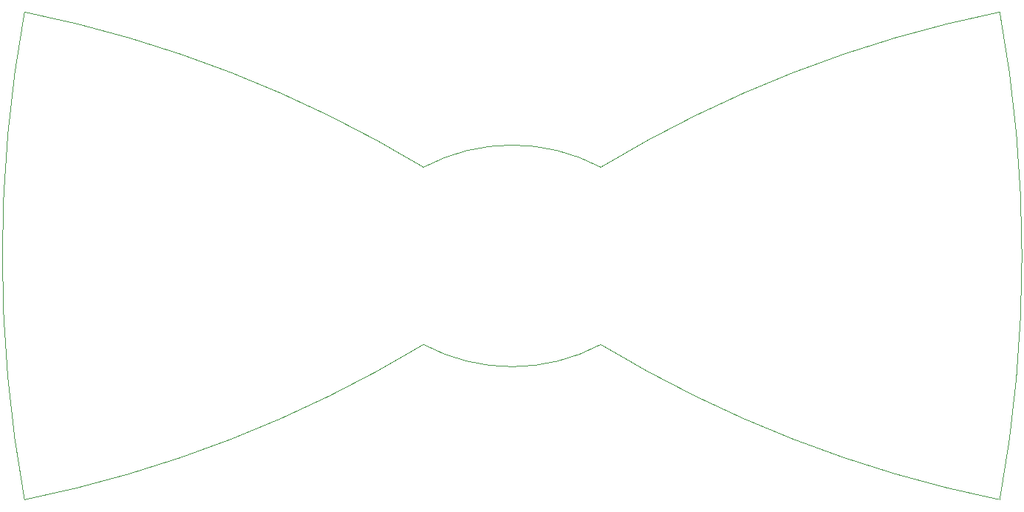
<source format=gm1>
G04 #@! TF.FileFunction,Profile,NP*
%FSLAX46Y46*%
G04 Gerber Fmt 4.6, Leading zero omitted, Abs format (unit mm)*
G04 Created by KiCad (PCBNEW 4.0.6) date 09/10/17 15:15:48*
%MOMM*%
%LPD*%
G01*
G04 APERTURE LIST*
%ADD10C,0.100000*%
%ADD11C,0.025400*%
G04 APERTURE END LIST*
D10*
D11*
X170168254Y-130155574D02*
G75*
G02X149839934Y-130160014I-10168320J19045560D01*
G01*
X149831614Y-109844454D02*
G75*
G02X170159934Y-109840014I10168320J-19045560D01*
G01*
X215802506Y-147924401D02*
G75*
G02X170159934Y-130160014I28334928J140319387D01*
G01*
X170141997Y-109850843D02*
G75*
G02X215879934Y-92060014I73995437J-122544171D01*
G01*
X149857871Y-130149185D02*
G75*
G02X104119934Y-147940014I-73995437J122544171D01*
G01*
X104197362Y-92075627D02*
G75*
G02X149839934Y-109840014I-28334928J-140319387D01*
G01*
X104116173Y-147919491D02*
G75*
G02X104119934Y-92060014I152403761J27919477D01*
G01*
X215883695Y-92080537D02*
G75*
G02X215879934Y-147940014I-152403761J-27919477D01*
G01*
M02*

</source>
